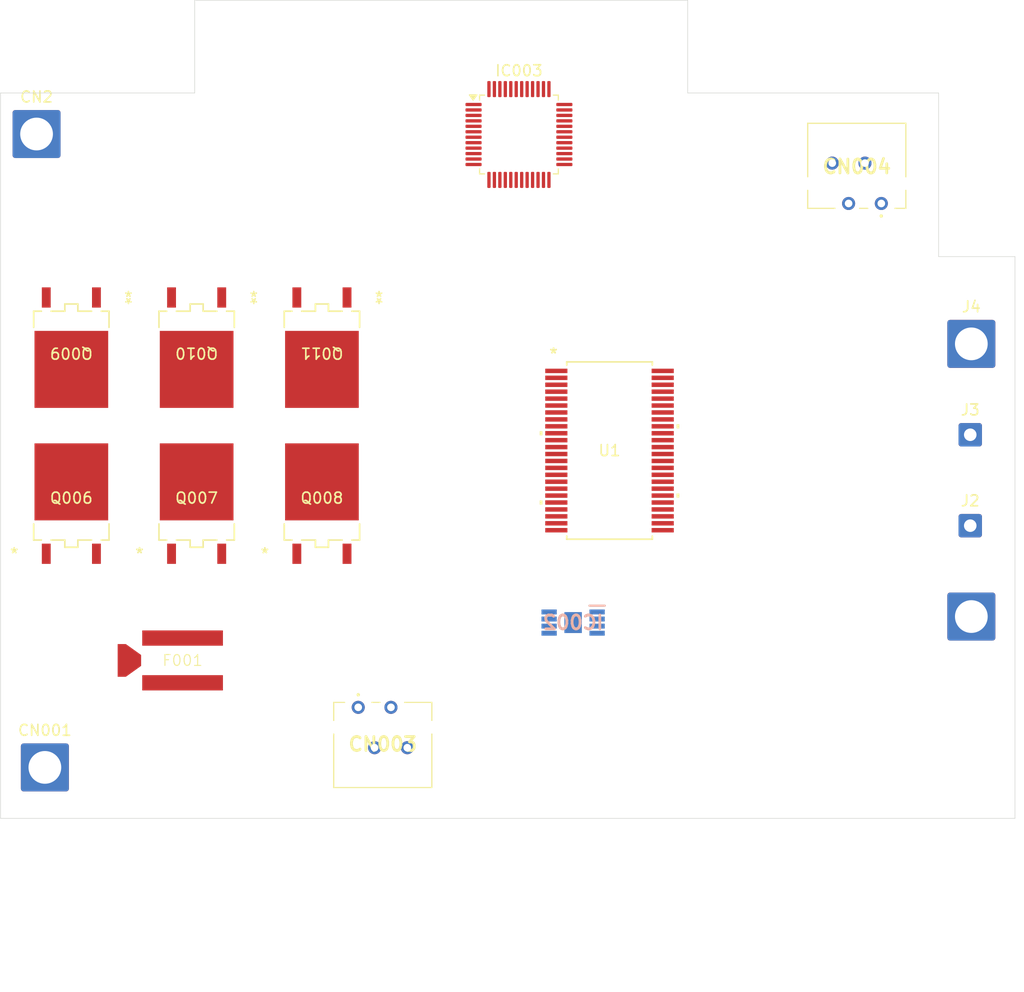
<source format=kicad_pcb>
(kicad_pcb (version 20241229) (generator "pcbnew") (generator_version "9.0")
  (layers (0 "F.Cu" signal) (2 "B.Cu" signal) (13 "F.Paste" user) (15 "B.Paste" user) (5 "F.SilkS" user "F.Silkscreen") (7 "B.SilkS" user "B.Silkscreen") (1 "F.Mask" user) (3 "B.Mask" user) (25 "Edge.Cuts" user))
  (net 0 "")
  (net 1 "/LDO_OUT")
  (net 2 "/LDO_DELAY")
  (net 4 "/LDO_IN")
  (net 6 "/LDO_PG")
  (net 7 "/BAT_P")
  (net 9 "/LDO_EN")
  (net 10 "/LDO_FB")
  (net 17 "/CN002")
  (net 22 "/CN003_1")
  (net 23 "/CN003_3")
  (net 24 "/CN003_2")
  (net 27 "/CN003_4")
  (net 34 "/CN004_1")
  (net 35 "/CN004_4")
  (net 37 "/CN004_3")
  (net 39 "/CN004_2")
  (net 41 "GND")
  (net 42 "/FUSED_BAT_P")
  (net 44 "Net-(IC003-VSS-Pad31)")
  (net 47 "Net-(Q006-G)")
  (net 49 "Net-(Q006-D)")
  (net 51 "/VC02")
  (net 52 "/BAT")
  (net 53 "/VC10")
  (net 54 "/VC09")
  (net 55 "/VC11")
  (net 56 "/VC03")
  (net 57 "/VC05")
  (net 58 "/VC01")
  (net 59 "/F_DSG")
  (net 60 "/VC06")
  (net 61 "/F_CHG")
  (net 62 "/VC07")
  (net 63 "/VC04")
  (net 64 "/VC08")
  (net 89 "Net-(J2-Pin_1)")
  (net 90 "Net-(J3-Pin_1)")
  (net 91 "/PACK_P")
  (net 92 "/CHG_GATES")
  (net 93 "/VOUT")
  (net 94 "/XRST")
  (net 95 "/PACK")
  (net 96 "/TIN")
  (net 97 "/CP2")
  (net 98 "/VLOG")
  (net 99 "/IC003_PIN14")
  (net 100 "/SCLK")
  (net 101 "/CPOUT")
  (net 102 "/CP1")
  (net 103 "/CP3")
  (net 104 "/EEPROM")
  (net 105 "/SRBGND")
  (net 106 "/SDATA")
  (net 107 "/VREG1")
  (net 108 "/PMS")
  (net 109 "/SRPGND")
  (footprint "Connector_Wire:SolderWire-0.5sqmm_1x01_D0.9mm_OD2.1mm" (layer "F.Cu") (at 212.725 81.038333)
    (property "Reference" "J3" (at 0 -2.28 0) (layer "F.SilkS"))
    (property "Value" "Tx")
    (pad "1" thru_hole roundrect (at 0 0) (size 2.15 2.15) (drill 1.15) (layers "*.Cu" "*.Mask") (roundrect_rratio 0.116279) (net 90 "Net-(J3-Pin_1)"))
  )
  (footprint "Connector_Wire:SolderWire-2.5sqmm_1x01_D2.4mm_OD4.4mm" (layer "F.Cu") (at 212.825 72.705)
    (property "Reference" "J4" (at 0 -3.4 0) (layer "F.SilkS"))
    (property "Value" "+")
    (pad "1" thru_hole roundrect (at 0 0) (size 4.4 4.4) (drill 3) (layers "*.Cu" "*.Mask") (roundrect_rratio 0.056818) (net 91 "/PACK_P"))
  )
  (footprint "Connector_Wire:SolderWire-2.5sqmm_1x01_D2.4mm_OD4.4mm" (layer "F.Cu") (at 127.127 53.467)
    (property "Reference" "CN2" (at 0 -3.4 0) (layer "F.SilkS"))
    (property "Value" "CN002")
    (pad "1" thru_hole roundrect (at 0 0) (size 4.4 4.4) (drill 3) (layers "*.Cu" "*.Mask") (roundrect_rratio 0.056818) (net 17 "/CN002"))
  )
  (footprint "Connector_Wire:SolderWire-2.5sqmm_1x01_D2.4mm_OD4.4mm" (layer "F.Cu") (at 212.825 97.705)
    (property "Reference" "J1" (hide yes))
    (property "Value" "-")
    (pad "1" thru_hole roundrect (at 0 0) (size 4.4 4.4) (drill 3) (layers "*.Cu" "*.Mask") (roundrect_rratio 0.056818) (net 41 "GND"))
  )
  (footprint "Imported:S04BZESK2DTLFSN" (layer "F.Cu") (at 156.617 106.028 180)
    (property "Reference" "CN003" (at -2.25 -3.375 180) (layer "F.SilkS") (effects (font (size 1.27 1.27) (thickness 0.254))))
    (property "Value" "S04B-ZESK-2D_T__LF__SN_" (hide yes))
    (fp_line (start 2.25 0.45) (end 2.25 0.45) (stroke (width 0.1)) (layer "F.SilkS"))
    (fp_line (start 2.25 0.45) (end 2.25 0.45) (stroke (width 0.1)) (layer "F.SilkS"))
    (fp_line (start 2.25 0.45) (end 2.25 -1.2) (stroke (width 0.1)) (layer "F.SilkS"))
    (fp_line (start 2.25 0.45) (end 1.25 0.45) (stroke (width 0.1)) (layer "F.SilkS"))
    (fp_line (start 2.25 -1.2) (end 2.25 0.45) (stroke (width 0.1)) (layer "F.SilkS"))
    (fp_line (start 2.25 -1.2) (end 2.25 -1.2) (stroke (width 0.1)) (layer "F.SilkS"))
    (fp_line (start 2.25 -2.45) (end 2.25 -2.45) (stroke (width 0.1)) (layer "F.SilkS"))
    (fp_line (start 2.25 -2.45) (end 2.25 -7.35) (stroke (width 0.1)) (layer "F.SilkS"))
    (fp_line (start 2.25 -7.35) (end 2.25 -2.45) (stroke (width 0.1)) (layer "F.SilkS"))
    (fp_line (start 2.25 -7.35) (end 2.25 -7.35) (stroke (width 0.1)) (layer "F.SilkS"))
    (fp_line (start 2.25 -7.35) (end 2.25 -7.35) (stroke (width 0.1)) (layer "F.SilkS"))
    (fp_line (start 2.25 -7.35) (end -6.75 -7.35) (stroke (width 0.1)) (layer "F.SilkS"))
    (fp_line (start 1.25 0.45) (end 2.25 0.45) (stroke (width 0.1)) (layer "F.SilkS"))
    (fp_line (start 1.25 0.45) (end 1.25 0.45) (stroke (width 0.1)) (layer "F.SilkS"))
    (fp_line (start 0 1.2) (end 0 1.2) (stroke (width 0.2)) (layer "F.SilkS"))
    (fp_line (start 0 1.1) (end 0 1.1) (stroke (width 0.2)) (layer "F.SilkS"))
    (fp_line (start 0 1.1) (end 0 1.1) (stroke (width 0.2)) (layer "F.SilkS"))
    (fp_line (start -1.25 0.45) (end -1.25 0.45) (stroke (width 0.1)) (layer "F.SilkS"))
    (fp_line (start -1.25 0.45) (end -2 0.45) (stroke (width 0.1)) (layer "F.SilkS"))
    (fp_line (start -2 0.45) (end -1.25 0.45) (stroke (width 0.1)) (layer "F.SilkS"))
    (fp_line (start -2 0.45) (end -2 0.45) (stroke (width 0.1)) (layer "F.SilkS"))
    (fp_line (start -4.25 0.45) (end -4.25 0.45) (stroke (width 0.1)) (layer "F.SilkS"))
    (fp_line (start -4.25 0.45) (end -6.75 0.45) (stroke (width 0.1)) (layer "F.SilkS"))
    (fp_line (start -6.75 0.45) (end -4.25 0.45) (stroke (width 0.1)) (layer "F.SilkS"))
    (fp_line (start -6.75 0.45) (end -6.75 0.45) (stroke (width 0.1)) (layer "F.SilkS"))
    (fp_line (start -6.75 0.45) (end -6.75 0.45) (stroke (width 0.1)) (layer "F.SilkS"))
    (fp_line (start -6.75 0.45) (end -6.75 -1.2) (stroke (width 0.1)) (layer "F.SilkS"))
    (fp_line (start -6.75 -1.2) (end -6.75 0.45) (stroke (width 0.1)) (layer "F.SilkS"))
    (fp_line (start -6.75 -1.2) (end -6.75 -1.2) (stroke (width 0.1)) (layer "F.SilkS"))
    (fp_line (start -6.75 -2.45) (end -6.75 -2.45) (stroke (width 0.1)) (layer "F.SilkS"))
    (fp_line (start -6.75 -2.45) (end -6.75 -7.35) (stroke (width 0.1)) (layer "F.SilkS"))
    (fp_line (start -6.75 -7.35) (end 2.25 -7.35) (stroke (width 0.1)) (layer "F.SilkS"))
    (fp_line (start -6.75 -7.35) (end -6.75 -2.45) (stroke (width 0.1)) (layer "F.SilkS"))
    (fp_line (start -6.75 -7.35) (end -6.75 -7.35) (stroke (width 0.1)) (layer "F.SilkS"))
    (fp_line (start -6.75 -7.35) (end -6.75 -7.35) (stroke (width 0.1)) (layer "F.SilkS"))
    (fp_arc (start 0 1.2) (mid -0.05 1.15) (end 0 1.1) (stroke (width 0.2)) (layer "F.SilkS"))
    (fp_arc (start 0 1.2) (mid -0.05 1.15) (end 0 1.1) (stroke (width 0.2)) (layer "F.SilkS"))
    (fp_arc (start 0 1.1) (mid 0.05 1.15) (end 0 1.2) (stroke (width 0.2)) (layer "F.SilkS"))
    (pad "" np_thru_hole circle (at -6.05 -1.85 180) (size 1.1 1.1) (drill 1.1) (layers "*.Cu" "*.Mask"))
    (pad "" np_thru_hole circle (at 1.55 -1.85 180) (size 1.1 1.1) (drill 1.1) (layers "*.Cu" "*.Mask"))
    (pad "1" thru_hole circle (at 0 0 180) (size 1.2 1.2) (drill 0.7) (layers "*.Cu" "*.Mask") (net 22 "/CN003_1"))
    (pad "2" thru_hole circle (at -1.5 -3.7 180) (size 1.2 1.2) (drill 0.7) (layers "*.Cu" "*.Mask") (net 24 "/CN003_2"))
    (pad "3" thru_hole circle (at -3 0 180) (size 1.2 1.2) (drill 0.7) (layers "*.Cu" "*.Mask") (net 23 "/CN003_3"))
    (pad "4" thru_hole circle (at -4.5 -3.7 180) (size 1.2 1.2) (drill 0.7) (layers "*.Cu" "*.Mask") (net 27 "/CN003_4"))
  )
  (footprint "Imported:DPAKSINGLE-ATPAK-4_369AM_OSI-M" (layer "F.Cu") (at 130.316 73.5584 180)
    (property "Reference" "Q009" (at 0 0 180) (layer "F.SilkS"))
    (property "Value" "ATP304-TL-H")
    (fp_line (start 3.4544 3.8481) (end 3.4544 2.368597) (stroke (width 0.1524)) (layer "F.SilkS"))
    (fp_line (start 2.747436 3.8481) (end 3.4544 3.8481) (stroke (width 0.1524)) (layer "F.SilkS"))
    (fp_line (start 0.5969 4.5085) (end 0.5969 3.8481) (stroke (width 0.1524)) (layer "F.SilkS"))
    (fp_line (start 0.5969 3.8481) (end 1.852565 3.8481) (stroke (width 0.1524)) (layer "F.SilkS"))
    (fp_line (start -0.5969 4.5085) (end 0.5969 4.5085) (stroke (width 0.1524)) (layer "F.SilkS"))
    (fp_line (start -0.5969 3.8481) (end -0.5969 4.5085) (stroke (width 0.1524)) (layer "F.SilkS"))
    (fp_line (start -1.852565 3.8481) (end -0.5969 3.8481) (stroke (width 0.1524)) (layer "F.SilkS"))
    (fp_line (start -3.4544 3.8481) (end -2.747436 3.8481) (stroke (width 0.1524)) (layer "F.SilkS"))
    (fp_line (start -3.4544 2.368597) (end -3.4544 3.8481) (stroke (width 0.1524)) (layer "F.SilkS"))
    (fp_text user "*" (at -5.235001 5.1054 180) (layer "F.SilkS"))
    (fp_text user "*" (at -5.235001 5.1054 180) (layer "F.SilkS"))
    (pad "1" smd rect (at -2.3 5.1054 180) (size 0.8128 1.8542) (layers "F.Cu" "F.Mask" "F.Paste") (net 92 "/CHG_GATES"))
    (pad "2" smd rect (at 0 -1.4859 180) (size 6.7564 7.0612) (layers "F.Cu" "F.Mask" "F.Paste") (net 49 "Net-(Q006-D)"))
    (pad "3" smd rect (at 2.3 5.1054 180) (size 0.8128 1.8542) (layers "F.Cu" "F.Mask" "F.Paste") (net 91 "/PACK_P"))
  )
  (footprint "Imported:DPAKSINGLE-ATPAK-4_369AM_OSI-M" (layer "F.Cu") (at 153.289 86.8426)
    (property "Reference" "Q008" (at 0 0 0) (layer "F.SilkS"))
    (property "Value" "ATP304-TL-H")
    (fp_line (start -3.4544 2.368597) (end -3.4544 3.8481) (stroke (width 0.1524)) (layer "F.SilkS"))
    (fp_line (start -3.4544 3.8481) (end -2.747436 3.8481) (stroke (width 0.1524)) (layer "F.SilkS"))
    (fp_line (start -1.852565 3.8481) (end -0.5969 3.8481) (stroke (width 0.1524)) (layer "F.SilkS"))
    (fp_line (start -0.5969 3.8481) (end -0.5969 4.5085) (stroke (width 0.1524)) (layer "F.SilkS"))
    (fp_line (start -0.5969 4.5085) (end 0.5969 4.5085) (stroke (width 0.1524)) (layer "F.SilkS"))
    (fp_line (start 0.5969 3.8481) (end 1.852565 3.8481) (stroke (width 0.1524)) (layer "F.SilkS"))
    (fp_line (start 0.5969 4.5085) (end 0.5969 3.8481) (stroke (width 0.1524)) (layer "F.SilkS"))
    (fp_line (start 2.747436 3.8481) (end 3.4544 3.8481) (stroke (width 0.1524)) (layer "F.SilkS"))
    (fp_line (start 3.4544 3.8481) (end 3.4544 2.368597) (stroke (width 0.1524)) (layer "F.SilkS"))
    (fp_text user "*" (at -5.235001 5.1054 0) (layer "F.SilkS"))
    (fp_text user "*" (at -5.235001 5.1054 0) (layer "F.SilkS"))
    (pad "1" smd rect (at -2.3 5.1054) (size 0.8128 1.8542) (layers "F.Cu" "F.Mask" "F.Paste") (net 47 "Net-(Q006-G)"))
    (pad "2" smd rect (at 0 -1.4859) (size 6.7564 7.0612) (layers "F.Cu" "F.Mask" "F.Paste") (net 49 "Net-(Q006-D)"))
    (pad "3" smd rect (at 2.3 5.1054) (size 0.8128 1.8542) (layers "F.Cu" "F.Mask" "F.Paste") (net 42 "/FUSED_BAT_P"))
  )
  (footprint "Package_QFP:LQFP-48_7x7mm_P0.5mm" (layer "F.Cu") (at 171.3515 53.511)
    (property "Reference" "IC003" (at 0 -5.85 0) (layer "F.SilkS"))
    (property "Value" "R7FS12878xA01CFL")
    (fp_line (start -3.61 -3.61) (end -3.61 -3.16) (stroke (width 0.12)) (layer "F.SilkS"))
    (fp_line (start -3.61 3.61) (end -3.61 3.16) (stroke (width 0.12)) (layer "F.SilkS"))
    (fp_line (start -3.16 -3.61) (end -3.61 -3.61) (stroke (width 0.12)) (layer "F.SilkS"))
    (fp_line (start -3.16 3.61) (end -3.61 3.61) (stroke (width 0.12)) (layer "F.SilkS"))
    (fp_line (start 3.16 -3.61) (end 3.61 -3.61) (stroke (width 0.12)) (layer "F.SilkS"))
    (fp_line (start 3.16 3.61) (end 3.61 3.61) (stroke (width 0.12)) (layer "F.SilkS"))
    (fp_line (start 3.61 -3.61) (end 3.61 -3.16) (stroke (width 0.12)) (layer "F.SilkS"))
    (fp_line (start 3.61 3.61) (end 3.61 3.16) (stroke (width 0.12)) (layer "F.SilkS"))
    (fp_poly (pts (xy -4.2 -3.16) (xy -4.54 -3.63) (xy -3.86 -3.63)) (stroke (width 0.12)) (fill yes) (layer "F.SilkS"))
    (pad "1" smd roundrect (at -4.1625 -2.75) (size 1.475 0.3) (layers "F.Cu" "F.Mask" "F.Paste"))
    (pad "2" smd roundrect (at -4.1625 -2.25) (size 1.475 0.3) (layers "F.Cu" "F.Mask" "F.Paste"))
    (pad "3" smd roundrect (at -4.1625 -1.75) (size 1.475 0.3) (layers "F.Cu" "F.Mask" "F.Paste"))
    (pad "4" smd roundrect (at -4.1625 -1.25) (size 1.475 0.3) (layers "F.Cu" "F.Mask" "F.Paste"))
    (pad "5" smd roundrect (at -4.1625 -0.75) (size 1.475 0.3) (layers "F.Cu" "F.Mask" "F.Paste"))
    (pad "6" smd roundrect (at -4.1625 -0.25) (size 1.475 0.3) (layers "F.Cu" "F.Mask" "F.Paste") (net 44 "Net-(IC003-VSS-Pad31)"))
    (pad "7" smd roundrect (at -4.1625 0.25) (size 1.475 0.3) (layers "F.Cu" "F.Mask" "F.Paste"))
    (pad "8" smd roundrect (at -4.1625 0.75) (size 1.475 0.3) (layers "F.Cu" "F.Mask" "F.Paste"))
    (pad "9" smd roundrect (at -4.1625 1.25) (size 1.475 0.3) (layers "F.Cu" "F.Mask" "F.Paste"))
    (pad "10" smd roundrect (at -4.1625 1.75) (size 1.475 0.3) (layers "F.Cu" "F.Mask" "F.Paste"))
    (pad "11" smd roundrect (at -4.1625 2.25) (size 1.475 0.3) (layers "F.Cu" "F.Mask" "F.Paste"))
    (pad "12" smd roundrect (at -4.1625 2.75) (size 1.475 0.3) (layers "F.Cu" "F.Mask" "F.Paste"))
    (pad "13" smd roundrect (at -2.75 4.1625) (size 0.3 1.475) (layers "F.Cu" "F.Mask" "F.Paste"))
    (pad "14" smd roundrect (at -2.25 4.1625) (size 0.3 1.475) (layers "F.Cu" "F.Mask" "F.Paste"))
    (pad "15" smd roundrect (at -1.75 4.1625) (size 0.3 1.475) (layers "F.Cu" "F.Mask" "F.Paste"))
    (pad "16" smd roundrect (at -1.25 4.1625) (size 0.3 1.475) (layers "F.Cu" "F.Mask" "F.Paste"))
    (pad "17" smd roundrect (at -0.75 4.1625) (size 0.3 1.475) (layers "F.Cu" "F.Mask" "F.Paste"))
    (pad "18" smd roundrect (at -0.25 4.1625) (size 0.3 1.475) (layers "F.Cu" "F.Mask" "F.Paste"))
    (pad "19" smd roundrect (at 0.25 4.1625) (size 0.3 1.475) (layers "F.Cu" "F.Mask" "F.Paste"))
    (pad "20" smd roundrect (at 0.75 4.1625) (size 0.3 1.475) (layers "F.Cu" "F.Mask" "F.Paste"))
    (pad "21" smd roundrect (at 1.25 4.1625) (size 0.3 1.475) (layers "F.Cu" "F.Mask" "F.Paste"))
    (pad "22" smd roundrect (at 1.75 4.1625) (size 0.3 1.475) (layers "F.Cu" "F.Mask" "F.Paste"))
    (pad "23" smd roundrect (at 2.25 4.1625) (size 0.3 1.475) (layers "F.Cu" "F.Mask" "F.Paste"))
    (pad "24" smd roundrect (at 2.75 4.1625) (size 0.3 1.475) (layers "F.Cu" "F.Mask" "F.Paste"))
    (pad "25" smd roundrect (at 4.1625 2.75) (size 1.475 0.3) (layers "F.Cu" "F.Mask" "F.Paste"))
    (pad "26" smd roundrect (at 4.1625 2.25) (size 1.475 0.3) (layers "F.Cu" "F.Mask" "F.Paste"))
    (pad "27" smd roundrect (at 4.1625 1.75) (size 1.475 0.3) (layers "F.Cu" "F.Mask" "F.Paste"))
    (pad "28" smd roundrect (at 4.1625 1.25) (size 1.475 0.3) (layers "F.Cu" "F.Mask" "F.Paste"))
    (pad "29" smd roundrect (at 4.1625 0.75) (size 1.475 0.3) (layers "F.Cu" "F.Mask" "F.Paste"))
    (pad "30" smd roundrect (at 4.1625 0.25) (size 1.475 0.3) (layers "F.Cu" "F.Mask" "F.Paste"))
    (pad "31" smd roundrect (at 4.1625 -0.25) (size 1.475 0.3) (layers "F.Cu" "F.Mask" "F.Paste") (net 44 "Net-(IC003-VSS-Pad31)"))
    (pad "32" smd roundrect (at 4.1625 -0.75) (size 1.475 0.3) (layers "F.Cu" "F.Mask" "F.Paste"))
    (pad "33" smd roundrect (at 4.1625 -1.25) (size 1.475 0.3) (layers "F.Cu" "F.Mask" "F.Paste"))
    (pad "34" smd roundrect (at 4.1625 -1.75) (size 1.475 0.3) (layers "F.Cu" "F.Mask" "F.Paste"))
    (pad "35" smd roundrect (at 4.1625 -2.25) (size 1.475 0.3) (layers "F.Cu" "F.Mask" "F.Paste"))
    (pad "36" smd roundrect (at 4.1625 -2.75) (size 1.475 0.3) (layers "F.Cu" "F.Mask" "F.Paste"))
    (pad "37" smd roundrect (at 2.75 -4.1625) (size 0.3 1.475) (layers "F.Cu" "F.Mask" "F.Paste"))
    (pad "38" smd roundrect (at 2.25 -4.1625) (size 0.3 1.475) (layers "F.Cu" "F.Mask" "F.Paste"))
    (pad "39" smd roundrect (at 1.75 -4.1625) (size 0.3 1.475) (layers "F.Cu" "F.Mask" "F.Paste"))
    (pad "40" smd roundrect (at 1.25 -4.1625) (size 0.3 1.475) (layers "F.Cu" "F.Mask" "F.Paste"))
    (pad "41" smd roundrect (at 0.75 -4.1625) (size 0.3 1.475) (layers "F.Cu" "F.Mask" "F.Paste"))
    (pad "42" smd roundrect (at 0.25 -4.1625) (size 0.3 1.475) (layers "F.Cu" "F.Mask" "F.Paste"))
    (pad "43" smd roundrect (at -0.25 -4.1625) (size 0.3 1.475) (layers "F.Cu" "F.Mask" "F.Paste"))
    (pad "44" smd roundrect (at -0.75 -4.1625) (size 0.3 1.475) (layers "F.Cu" "F.Mask" "F.Paste"))
    (pad "45" smd roundrect (at -1.25 -4.1625) (size 0.3 1.475) (layers "F.Cu" "F.Mask" "F.Paste"))
    (pad "46" smd roundrect (at -1.75 -4.1625) (size 0.3 1.475) (layers "F.Cu" "F.Mask" "F.Paste"))
    (pad "47" smd roundrect (at -2.25 -4.1625) (size 0.3 1.475) (layers "F.Cu" "F.Mask" "F.Paste"))
    (pad "48" smd roundrect (at -2.75 -4.1625) (size 0.3 1.475) (layers "F.Cu" "F.Mask" "F.Paste"))
  )
  (footprint "Imported:S04BZESK2DTLFSN" (layer "F.Cu") (at 204.573 59.834)
    (property "Reference" "CN004" (at -2.25 -3.375 0) (layer "F.SilkS") (effects (font (size 1.27 1.27) (thickness 0.254))))
    (property "Value" "S04B-ZESK-2D_T__LF__SN_" (hide yes))
    (fp_line (start -6.75 -7.35) (end -6.75 -7.35) (stroke (width 0.1)) (layer "F.SilkS"))
    (fp_line (start -6.75 -7.35) (end -6.75 -7.35) (stroke (width 0.1)) (layer "F.SilkS"))
    (fp_line (start -6.75 -7.35) (end -6.75 -2.45) (stroke (width 0.1)) (layer "F.SilkS"))
    (fp_line (start -6.75 -7.35) (end 2.25 -7.35) (stroke (width 0.1)) (layer "F.SilkS"))
    (fp_line (start -6.75 -2.45) (end -6.75 -7.35) (stroke (width 0.1)) (layer "F.SilkS"))
    (fp_line (start -6.75 -2.45) (end -6.75 -2.45) (stroke (width 0.1)) (layer "F.SilkS"))
    (fp_line (start -6.75 -1.2) (end -6.75 -1.2) (stroke (width 0.1)) (layer "F.SilkS"))
    (fp_line (start -6.75 -1.2) (end -6.75 0.45) (stroke (width 0.1)) (layer "F.SilkS"))
    (fp_line (start -6.75 0.45) (end -6.75 -1.2) (stroke (width 0.1)) (layer "F.SilkS"))
    (fp_line (start -6.75 0.45) (end -6.75 0.45) (stroke (width 0.1)) (layer "F.SilkS"))
    (fp_line (start -6.75 0.45) (end -6.75 0.45) (stroke (width 0.1)) (layer "F.SilkS"))
    (fp_line (start -6.75 0.45) (end -4.25 0.45) (stroke (width 0.1)) (layer "F.SilkS"))
    (fp_line (start -4.25 0.45) (end -6.75 0.45) (stroke (width 0.1)) (layer "F.SilkS"))
    (fp_line (start -4.25 0.45) (end -4.25 0.45) (stroke (width 0.1)) (layer "F.SilkS"))
    (fp_line (start -2 0.45) (end -2 0.45) (stroke (width 0.1)) (layer "F.SilkS"))
    (fp_line (start -2 0.45) (end -1.25 0.45) (stroke (width 0.1)) (layer "F.SilkS"))
    (fp_line (start -1.25 0.45) (end -2 0.45) (stroke (width 0.1)) (layer "F.SilkS"))
    (fp_line (start -1.25 0.45) (end -1.25 0.45) (stroke (width 0.1)) (layer "F.SilkS"))
    (fp_line (start 0 1.1) (end 0 1.1) (stroke (width 0.2)) (layer "F.SilkS"))
    (fp_line (start 0 1.1) (end 0 1.1) (stroke (width 0.2)) (layer "F.SilkS"))
    (fp_line (start 0 1.2) (end 0 1.2) (stroke (width 0.2)) (layer "F.SilkS"))
    (fp_line (start 1.25 0.45) (end 1.25 0.45) (stroke (width 0.1)) (layer "F.SilkS"))
    (fp_line (start 1.25 0.45) (end 2.25 0.45) (stroke (width 0.1)) (layer "F.SilkS"))
    (fp_line (start 2.25 -7.35) (end -6.75 -7.35) (stroke (width 0.1)) (layer "F.SilkS"))
    (fp_line (start 2.25 -7.35) (end 2.25 -7.35) (stroke (width 0.1)) (layer "F.SilkS"))
    (fp_line (start 2.25 -7.35) (end 2.25 -7.35) (stroke (width 0.1)) (layer "F.SilkS"))
    (fp_line (start 2.25 -7.35) (end 2.25 -2.45) (stroke (width 0.1)) (layer "F.SilkS"))
    (fp_line (start 2.25 -2.45) (end 2.25 -7.35) (stroke (width 0.1)) (layer "F.SilkS"))
    (fp_line (start 2.25 -2.45) (end 2.25 -2.45) (stroke (width 0.1)) (layer "F.SilkS"))
    (fp_line (start 2.25 -1.2) (end 2.25 -1.2) (stroke (width 0.1)) (layer "F.SilkS"))
    (fp_line (start 2.25 -1.2) (end 2.25 0.45) (stroke (width 0.1)) (layer "F.SilkS"))
    (fp_line (start 2.25 0.45) (end 1.25 0.45) (stroke (width 0.1)) (layer "F.SilkS"))
    (fp_line (start 2.25 0.45) (end 2.25 -1.2) (stroke (width 0.1)) (layer "F.SilkS"))
    (fp_line (start 2.25 0.45) (end 2.25 0.45) (stroke (width 0.1)) (layer "F.SilkS"))
    (fp_line (start 2.25 0.45) (end 2.25 0.45) (stroke (width 0.1)) (layer "F.SilkS"))
    (fp_arc (start 0 1.1) (mid 0.05 1.15) (end 0 1.2) (stroke (width 0.2)) (layer "F.SilkS"))
    (fp_arc (start 0 1.2) (mid -0.05 1.15) (end 0 1.1) (stroke (width 0.2)) (layer "F.SilkS"))
    (fp_arc (start 0 1.2) (mid -0.05 1.15) (end 0 1.1) (stroke (width 0.2)) (layer "F.SilkS"))
    (pad "" np_thru_hole circle (at -6.05 -1.85) (size 1.1 1.1) (drill 1.1) (layers "*.Cu" "*.Mask"))
    (pad "" np_thru_hole circle (at 1.55 -1.85) (size 1.1 1.1) (drill 1.1) (layers "*.Cu" "*.Mask"))
    (pad "1" thru_hole circle (at 0 0) (size 1.2 1.2) (drill 0.7) (layers "*.Cu" "*.Mask") (net 34 "/CN004_1"))
    (pad "2" thru_hole circle (at -1.5 -3.7) (size 1.2 1.2) (drill 0.7) (layers "*.Cu" "*.Mask") (net 39 "/CN004_2"))
    (pad "3" thru_hole circle (at -3 0) (size 1.2 1.2) (drill 0.7) (layers "*.Cu" "*.Mask") (net 37 "/CN004_3"))
    (pad "4" thru_hole circle (at -4.5 -3.7) (size 1.2 1.2) (drill 0.7) (layers "*.Cu" "*.Mask") (net 35 "/CN004_4"))
  )
  (footprint "Imported:DPAKSINGLE-ATPAK-4_369AM_OSI-M" (layer "F.Cu") (at 153.289 73.5584 180)
    (property "Reference" "Q011" (at 0 0 180) (layer "F.SilkS"))
    (property "Value" "ATP304-TL-H")
    (fp_line (start 3.4544 3.8481) (end 3.4544 2.368597) (stroke (width 0.1524)) (layer "F.SilkS"))
    (fp_line (start 2.747436 3.8481) (end 3.4544 3.8481) (stroke (width 0.1524)) (layer "F.SilkS"))
    (fp_line (start 0.5969 4.5085) (end 0.5969 3.8481) (stroke (width 0.1524)) (layer "F.SilkS"))
    (fp_line (start 0.5969 3.8481) (end 1.852565 3.8481) (stroke (width 0.1524)) (layer "F.SilkS"))
    (fp_line (start -0.5969 4.5085) (end 0.5969 4.5085) (stroke (width 0.1524)) (layer "F.SilkS"))
    (fp_line (start -0.5969 3.8481) (end -0.5969 4.5085) (stroke (width 0.1524)) (layer "F.SilkS"))
    (fp_line (start -1.852565 3.8481) (end -0.5969 3.8481) (stroke (width 0.1524)) (layer "F.SilkS"))
    (fp_line (start -3.4544 3.8481) (end -2.747436 3.8481) (stroke (width 0.1524)) (layer "F.SilkS"))
    (fp_line (start -3.4544 2.368597) (end -3.4544 3.8481) (stroke (width 0.1524)) (layer "F.SilkS"))
    (fp_text user "*" (at -5.235001 5.1054 180) (layer "F.SilkS"))
    (fp_text user "*" (at -5.235001 5.1054 180) (layer "F.SilkS"))
    (pad "1" smd rect (at -2.3 5.1054 180) (size 0.8128 1.8542) (layers "F.Cu" "F.Mask" "F.Paste") (net 92 "/CHG_GATES"))
    (pad "2" smd rect (at 0 -1.4859 180) (size 6.7564 7.0612) (layers "F.Cu" "F.Mask" "F.Paste") (net 49 "Net-(Q006-D)"))
    (pad "3" smd rect (at 2.3 5.1054 180) (size 0.8128 1.8542) (layers "F.Cu" "F.Mask" "F.Paste") (net 91 "/PACK_P"))
  )
  (footprint "Imported:DL48-M" (layer "F.Cu") (at 179.6542 82.4865)
    (property "Reference" "U1" (at 0 0 0) (layer "F.SilkS"))
    (property "Value" "BQ77PL900DL")
    (fp_line (start -3.9243 -8.128) (end -3.9243 -7.83844) (stroke (width 0.1524)) (layer "F.SilkS"))
    (fp_line (start -3.9243 7.83844) (end -3.9243 8.128) (stroke (width 0.1524)) (layer "F.SilkS"))
    (fp_line (start -3.9243 8.128) (end 3.9243 8.128) (stroke (width 0.1524)) (layer "F.SilkS"))
    (fp_line (start 3.9243 -8.128) (end -3.9243 -8.128) (stroke (width 0.1524)) (layer "F.SilkS"))
    (fp_line (start 3.9243 -7.83844) (end 3.9243 -8.128) (stroke (width 0.1524)) (layer "F.SilkS"))
    (fp_line (start 3.9243 8.128) (end 3.9243 7.83844) (stroke (width 0.1524)) (layer "F.SilkS"))
    (fp_poly (pts (xy -6.4008 -1.778) (xy -6.4008 -1.397) (xy -6.1468 -1.397) (xy -6.1468 -1.778)) (fill yes) (layer "F.SilkS"))
    (fp_poly (pts (xy -6.4008 4.572) (xy -6.4008 4.953) (xy -6.1468 4.953) (xy -6.1468 4.572)) (fill yes) (layer "F.SilkS"))
    (fp_poly (pts (xy 6.4008 -2.413) (xy 6.4008 -2.032) (xy 6.1468 -2.032) (xy 6.1468 -2.413)) (fill yes) (layer "F.SilkS"))
    (fp_poly (pts (xy 6.4008 3.937) (xy 6.4008 4.318) (xy 6.1468 4.318) (xy 6.1468 3.937)) (fill yes) (layer "F.SilkS"))
    (fp_text user "*" (at -5.1308 -8.8519 0) (layer "F.SilkS"))
    (fp_text user "*" (at -5.1308 -8.8519 0) (layer "F.SilkS"))
    (pad "1" smd rect (at -4.8768 -7.3025) (size 2.032 0.4064) (layers "F.Cu" "F.Mask" "F.Paste") (net 101 "/CPOUT"))
    (pad "2" smd rect (at -4.8768 -6.6675) (size 2.032 0.4064) (layers "F.Cu" "F.Mask" "F.Paste"))
    (pad "3" smd rect (at -4.8768 -6.0325) (size 2.032 0.4064) (layers "F.Cu" "F.Mask" "F.Paste") (net 41 "GND"))
    (pad "4" smd rect (at -4.8768 -5.3975) (size 2.032 0.4064) (layers "F.Cu" "F.Mask" "F.Paste") (net 103 "/CP3"))
    (pad "5" smd rect (at -4.8768 -4.7625) (size 2.032 0.4064) (layers "F.Cu" "F.Mask" "F.Paste") (net 97 "/CP2"))
    (pad "6" smd rect (at -4.8768 -4.1275) (size 2.032 0.4064) (layers "F.Cu" "F.Mask" "F.Paste") (net 102 "/CP1"))
    (pad "7" smd rect (at -4.8768 -3.4925) (size 2.032 0.4064) (layers "F.Cu" "F.Mask" "F.Paste"))
    (pad "8" smd rect (at -4.8768 -2.8575) (size 2.032 0.4064) (layers "F.Cu" "F.Mask" "F.Paste") (net 59 "/F_DSG"))
    (pad "9" smd rect (at -4.8768 -2.2225) (size 2.032 0.4064) (layers "F.Cu" "F.Mask" "F.Paste") (net 52 "/BAT"))
    (pad "10" smd rect (at -4.8768 -1.5875) (size 2.032 0.4064) (layers "F.Cu" "F.Mask" "F.Paste") (net 58 "/VC01"))
    (pad "11" smd rect (at -4.8768 -0.9525) (size 2.032 0.4064) (layers "F.Cu" "F.Mask" "F.Paste") (net 51 "/VC02"))
    (pad "12" smd rect (at -4.8768 -0.3175) (size 2.032 0.4064) (layers "F.Cu" "F.Mask" "F.Paste") (net 56 "/VC03"))
    (pad "13" smd rect (at -4.8768 0.3175) (size 2.032 0.4064) (layers "F.Cu" "F.Mask" "F.Paste") (net 63 "/VC04"))
    (pad "14" smd rect (at -4.8768 0.9525) (size 2.032 0.4064) (layers "F.Cu" "F.Mask" "F.Paste") (net 57 "/VC05"))
    (pad "15" smd rect (at -4.8768 1.5875) (size 2.032 0.4064) (layers "F.Cu" "F.Mask" "F.Paste") (net 60 "/VC06"))
    (pad "16" smd rect (at -4.8768 2.2225) (size 2.032 0.4064) (layers "F.Cu" "F.Mask" "F.Paste") (net 62 "/VC07"))
    (pad "17" smd rect (at -4.8768 2.8575) (size 2.032 0.4064) (layers "F.Cu" "F.Mask" "F.Paste") (net 64 "/VC08"))
    (pad "18" smd rect (at -4.8768 3.4925) (size 2.032 0.4064) (layers "F.Cu" "F.Mask" "F.Paste") (net 54 "/VC09"))
    (pad "19" smd rect (at -4.8768 4.1275) (size 2.032 0.4064) (layers "F.Cu" "F.Mask" "F.Paste") (net 53 "/VC10"))
    (pad "20" smd rect (at -4.8768 4.7625) (size 2.032 0.4064) (layers "F.Cu" "F.Mask" "F.Paste") (net 55 "/VC11"))
    (pad "21" smd rect (at -4.8768 5.3975) (size 2.032 0.4064) (layers "F.Cu" "F.Mask" "F.Paste") (net 41 "GND"))
    (pad "22" smd rect (at -4.8768 6.0325) (size 2.032 0.4064) (layers "F.Cu" "F.Mask" "F.Paste") (net 105 "/SRBGND"))
    (pad "23" smd rect (at -4.8768 6.6675) (size 2.032 0.4064) (layers "F.Cu" "F.Mask" "F.Paste") (net 109 "/SRPGND"))
    (pad "24" smd rect (at -4.8768 7.3025) (size 2.032 0.4064) (layers "F.Cu" "F.Mask" "F.Paste") (net 104 "/EEPROM"))
    (pad "25" smd rect (at 4.8768 7.3025) (size 2.032 0.4064) (layers "F.Cu" "F.Mask" "F.Paste") (net 99 "/IC003_PIN14"))
    (pad "26" smd rect (at 4.8768 6.6675) (size 2.032 0.4064) (layers "F.Cu" "F.Mask" "F.Paste") (net 106 "/SDATA"))
    (pad "27" smd rect (at 4.8768 6.0325) (size 2.032 0.4064) (layers "F.Cu" "F.Mask" "F.Paste") (net 100 "/SCLK"))
    (pad "28" smd rect (at 4.8768 5.3975) (size 2.032 0.4064) (layers "F.Cu" "F.Mask" "F.Paste") (net 94 "/XRST"))
    (pad "29" smd rect (at 4.8768 4.7625) (size 2.032 0.4064) (layers "F.Cu" "F.Mask" "F.Paste") (net 41 "GND"))
    (pad "30" smd rect (at 4.8768 4.1275) (size 2.032 0.4064) (layers "F.Cu" "F.Mask" "F.Paste") (net 41 "GND"))
    (pad "31" smd rect (at 4.8768 3.4925) (size 2.032 0.4064) (layers "F.Cu" "F.Mask" "F.Paste") (net 93 "/VOUT"))
    (pad "32" smd rect (at 4.8768 2.8575) (size 2.032 0.4064) (layers "F.Cu" "F.Mask" "F.Paste") (net 98 "/VLOG"))
    (pad "33" smd rect (at 4.8768 2.2225) (size 2.032 0.4064) (layers "F.Cu" "F.Mask" "F.Paste") (net 41 "GND"))
    (pad "34" smd rect (at 4.8768 1.5875) (size 2.032 0.4064) (layers "F.Cu" "F.Mask" "F.Paste") (net 41 "GND"))
    (pad "35" smd rect (at 4.8768 0.9525) (size 2.032 0.4064) (layers "F.Cu" "F.Mask" "F.Paste") (net 41 "GND"))
    (pad "36" smd rect (at 4.8768 0.3175) (size 2.032 0.4064) (layers "F.Cu" "F.Mask" "F.Paste") (net 41 "GND"))
    (pad "37" smd rect (at 4.8768 -0.3175) (size 2.032 0.4064) (layers "F.Cu" "F.Mask" "F.Paste") (net 41 "GND"))
    (pad "38" smd rect (at 4.8768 -0.9525) (size 2.032 0.4064) (layers "F.Cu" "F.Mask" "F.Paste") (net 96 "/TIN"))
    (pad "39" smd rect (at 4.8768 -1.5875) (size 2.032 0.4064) (layers "F.Cu" "F.Mask" "F.Paste") (net 96 "/TIN"))
    (pad "40" smd rect (at 4.8768 -2.2225) (size 2.032 0.4064) (layers "F.Cu" "F.Mask" "F.Paste") (net 98 "/VLOG"))
    (pad "41" smd rect (at 4.8768 -2.8575) (size 2.032 0.4064) (layers "F.Cu" "F.Mask" "F.Paste") (net 41 "GND"))
    (pad "42" smd rect (at 4.8768 -3.4925) (size 2.032 0.4064) (layers "F.Cu" "F.Mask" "F.Paste") (net 107 "/VREG1"))
    (pad "43" smd rect (at 4.8768 -4.1275) (size 2.032 0.4064) (layers "F.Cu" "F.Mask" "F.Paste"))
    (pad "44" smd rect (at 4.8768 -4.7625) (size 2.032 0.4064) (layers "F.Cu" "F.Mask" "F.Paste"))
    (pad "45" smd rect (at 4.8768 -5.3975) (size 2.032 0.4064) (layers "F.Cu" "F.Mask" "F.Paste"))
    (pad "46" smd rect (at 4.8768 -6.0325) (size 2.032 0.4064) (layers "F.Cu" "F.Mask" "F.Paste") (net 108 "/PMS"))
    (pad "47" smd rect (at 4.8768 -6.6675) (size 2.032 0.4064) (layers "F.Cu" "F.Mask" "F.Paste") (net 95 "/PACK"))
    (pad "48" smd rect (at 4.8768 -7.3025) (size 2.032 0.4064) (layers "F.Cu" "F.Mask" "F.Paste") (net 61 "/F_CHG"))
  )
  (footprint "Imported:DPAKSINGLE-ATPAK-4_369AM_OSI-M" (layer "F.Cu") (at 130.316 86.8426)
    (property "Reference" "Q006" (at 0 0 0) (layer "F.SilkS"))
    (property "Value" "ATP304-TL-H")
    (fp_line (start -3.4544 2.368597) (end -3.4544 3.8481) (stroke (width 0.1524)) (layer "F.SilkS"))
    (fp_line (start -3.4544 3.8481) (end -2.747436 3.8481) (stroke (width 0.1524)) (layer "F.SilkS"))
    (fp_line (start -1.852565 3.8481) (end -0.5969 3.8481) (stroke (width 0.1524)) (layer "F.SilkS"))
    (fp_line (start -0.5969 3.8481) (end -0.5969 4.5085) (stroke (width 0.1524)) (layer "F.SilkS"))
    (fp_line (start -0.5969 4.5085) (end 0.5969 4.5085) (stroke (width 0.1524)) (layer "F.SilkS"))
    (fp_line (start 0.5969 3.8481) (end 1.852565 3.8481) (stroke (width 0.1524)) (layer "F.SilkS"))
    (fp_line (start 0.5969 4.5085) (end 0.5969 3.8481) (stroke (width 0.1524)) (layer "F.SilkS"))
    (fp_line (start 2.747436 3.8481) (end 3.4544 3.8481) (stroke (width 0.1524)) (layer "F.SilkS"))
    (fp_line (start 3.4544 3.8481) (end 3.4544 2.368597) (stroke (width 0.1524)) (layer "F.SilkS"))
    (fp_text user "*" (at -5.235001 5.1054 0) (layer "F.SilkS"))
    (fp_text user "*" (at -5.235001 5.1054 0) (layer "F.SilkS"))
    (pad "1" smd rect (at -2.3 5.1054) (size 0.8128 1.8542) (layers "F.Cu" "F.Mask" "F.Paste") (net 47 "Net-(Q006-G)"))
    (pad "2" smd rect (at 0 -1.4859) (size 6.7564 7.0612) (layers "F.Cu" "F.Mask" "F.Paste") (net 49 "Net-(Q006-D)"))
    (pad "3" smd rect (at 2.3 5.1054) (size 0.8128 1.8542) (layers "F.Cu" "F.Mask" "F.Paste") (net 42 "/FUSED_BAT_P"))
  )
  (footprint "Imported:DPAKSINGLE-ATPAK-4_369AM_OSI-M" (layer "F.Cu") (at 141.8025 73.5584 180)
    (property "Reference" "Q010" (at 0 0 180) (layer "F.SilkS"))
    (property "Value" "ATP304-TL-H")
    (fp_line (start 3.4544 3.8481) (end 3.4544 2.368597) (stroke (width 0.1524)) (layer "F.SilkS"))
    (fp_line (start 2.747436 3.8481) (end 3.4544 3.8481) (stroke (width 0.1524)) (layer "F.SilkS"))
    (fp_line (start 0.5969 4.5085) (end 0.5969 3.8481) (stroke (width 0.1524)) (layer "F.SilkS"))
    (fp_line (start 0.5969 3.8481) (end 1.852565 3.8481) (stroke (width 0.1524)) (layer "F.SilkS"))
    (fp_line (start -0.5969 4.5085) (end 0.5969 4.5085) (stroke (width 0.1524)) (layer "F.SilkS"))
    (fp_line (start -0.5969 3.8481) (end -0.5969 4.5085) (stroke (width 0.1524)) (layer "F.SilkS"))
    (fp_line (start -1.852565 3.8481) (end -0.5969 3.8481) (stroke (width 0.1524)) (layer "F.SilkS"))
    (fp_line (start -3.4544 3.8481) (end -2.747436 3.8481) (stroke (width 0.1524)) (layer "F.SilkS"))
    (fp_line (start -3.4544 2.368597) (end -3.4544 3.8481) (stroke (width 0.1524)) (layer "F.SilkS"))
    (fp_text user "*" (at -5.235001 5.1054 180) (layer "F.SilkS"))
    (fp_text user "*" (at -5.235001 5.1054 180) (layer "F.SilkS"))
    (pad "1" smd rect (at -2.3 5.1054 180) (size 0.8128 1.8542) (layers "F.Cu" "F.Mask" "F.Paste") (net 92 "/CHG_GATES"))
    (pad "2" smd rect (at 0 -1.4859 180) (size 6.7564 7.0612) (layers "F.Cu" "F.Mask" "F.Paste") (net 49 "Net-(Q006-D)"))
    (pad "3" smd rect (at 2.3 5.1054 180) (size 0.8128 1.8542) (layers "F.Cu" "F.Mask" "F.Paste") (net 91 "/PACK_P"))
  )
  (footprint "Connector_Wire:SolderWire-0.5sqmm_1x01_D0.9mm_OD2.1mm" (layer "F.Cu") (at 212.725 89.371667)
    (property "Reference" "J2" (at 0 -2.28 0) (layer "F.SilkS"))
    (property "Value" "Rx")
    (pad "1" thru_hole roundrect (at 0 0) (size 2.15 2.15) (drill 1.15) (layers "*.Cu" "*.Mask") (roundrect_rratio 0.116279) (net 89 "Net-(J2-Pin_1)"))
  )
  (footprint "Imported:SCF9550" (layer "F.Cu") (at 140.513 101.727)
    (property "Reference" "F001" (at 0 0 0) (layer "F.SilkS") (effects (font (thickness 0.1))))
    (property "Value" "~")
    (pad "1" smd rect (at 0 -2.05) (size 7.4 1.4) (layers "F.Cu" "F.Mask" "F.Paste") (net 42 "/FUSED_BAT_P"))
    (pad "2" smd rect (at 0 2.05) (size 7.4 1.4) (layers "F.Cu" "F.Mask" "F.Paste") (net 7 "/BAT_P"))
    (pad "3" smd custom (at -4.75 0) (size 1.5 1) (layers "F.Cu" "F.Mask" "F.Paste") (net 41 "GND") (options (clearance outline) (anchor rect)) (primitives (gr_poly (pts (xy 0.95 0.5) (xy 0.95 -0.5) (xy -0.45 -1.5) (xy -1.2 -1.5) (xy -1.2 1.5) (xy -0.45 1.5)) (width 0) (fill yes))))
  )
  (footprint "Imported:DPAKSINGLE-ATPAK-4_369AM_OSI-M" (layer "F.Cu") (at 141.8025 86.8426)
    (property "Reference" "Q007" (at 0 0 0) (layer "F.SilkS"))
    (property "Value" "ATP304-TL-H")
    (fp_line (start -3.4544 2.368597) (end -3.4544 3.8481) (stroke (width 0.1524)) (layer "F.SilkS"))
    (fp_line (start -3.4544 3.8481) (end -2.747436 3.8481) (stroke (width 0.1524)) (layer "F.SilkS"))
    (fp_line (start -1.852565 3.8481) (end -0.5969 3.8481) (stroke (width 0.1524)) (layer "F.SilkS"))
    (fp_line (start -0.5969 3.8481) (end -0.5969 4.5085) (stroke (width 0.1524)) (layer "F.SilkS"))
    (fp_line (start -0.5969 4.5085) (end 0.5969 4.5085) (stroke (width 0.1524)) (layer "F.SilkS"))
    (fp_line (start 0.5969 3.8481) (end 1.852565 3.8481) (stroke (width 0.1524)) (layer "F.SilkS"))
    (fp_line (start 0.5969 4.5085) (end 0.5969 3.8481) (stroke (width 0.1524)) (layer "F.SilkS"))
    (fp_line (start 2.747436 3.8481) (end 3.4544 3.8481) (stroke (width 0.1524)) (layer "F.SilkS"))
    (fp_line (start 3.4544 3.8481) (end 3.4544 2.368597) (stroke (width 0.1524)) (layer "F.SilkS"))
    (fp_text user "*" (at -5.235001 5.1054 0) (layer "F.SilkS"))
    (fp_text user "*" (at -5.235001 5.1054 0) (layer "F.SilkS"))
    (pad "1" smd rect (at -2.3 5.1054) (size 0.8128 1.8542) (layers "F.Cu" "F.Mask" "F.Paste") (net 47 "Net-(Q006-G)"))
    (pad "2" smd rect (at 0 -1.4859) (size 6.7564 7.0612) (layers "F.Cu" "F.Mask" "F.Paste") (net 49 "Net-(Q006-D)"))
    (pad "3" smd rect (at 2.3 5.1054) (size 0.8128 1.8542) (layers "F.Cu" "F.Mask" "F.Paste") (net 42 "/FUSED_BAT_P"))
  )
  (footprint "Connector_Wire:SolderWire-2.5sqmm_1x01_D2.4mm_OD4.4mm" (layer "F.Cu") (at 127.889 111.533)
    (property "Reference" "CN001" (at 0 -3.4 0) (layer "F.SilkS"))
    (property "Value" "CN001")
    (pad "1" thru_hole roundrect (at 0 0) (size 4.4 4.4) (drill 3) (layers "*.Cu" "*.Mask") (roundrect_rratio 0.056818) (net 7 "/BAT_P"))
  )
  (footprint "Imported:SOP65P490X110-9N" (layer "B.Cu") (at 176.317 98.257 180)
    (property "Reference" "IC002" (at 0 0 0) (layer "B.SilkS") (effects (font (size 1.27 1.27) (thickness 0.254)) (justify mirror)))
    (property "Value" "TPS7A1633DGNT" (hide yes))
    (fp_line (start -2.9 1.55) (end -1.5 1.55) (stroke (width 0.2)) (layer "B.SilkS"))
    (pad "1" smd rect (at -2.2 0.975 90) (size 0.45 1.4) (layers "B.Cu" "B.Mask" "B.Paste") (net 1 "/LDO_OUT"))
    (pad "2" smd rect (at -2.2 0.325 90) (size 0.45 1.4) (layers "B.Cu" "B.Mask" "B.Paste") (net 10 "/LDO_FB"))
    (pad "3" smd rect (at -2.2 -0.325 90) (size 0.45 1.4) (layers "B.Cu" "B.Mask" "B.Paste") (net 6 "/LDO_PG"))
    (pad "4" smd rect (at -2.2 -0.975 90) (size 0.45 1.4) (layers "B.Cu" "B.Mask" "B.Paste") (net 41 "GND"))
    (pad "5" smd rect (at 2.2 -0.975 90) (size 0.45 1.4) (layers "B.Cu" "B.Mask" "B.Paste") (net 9 "/LDO_EN"))
    (pad "6" smd rect (at 2.2 -0.325 90) (size 0.45 1.4) (layers "B.Cu" "B.Mask" "B.Paste"))
    (pad "7" smd rect (at 2.2 0.325 90) (size 0.45 1.4) (layers "B.Cu" "B.Mask" "B.Paste") (net 2 "/LDO_DELAY"))
    (pad "8" smd rect (at 2.2 0.975 90) (size 0.45 1.4) (layers "B.Cu" "B.Mask" "B.Paste") (net 4 "/LDO_IN"))
    (pad "9" smd rect (at 0 0 180) (size 1.6 1.92) (layers "B.Cu" "B.Mask" "B.Paste"))
  )
  (gr_line (start 186.825 49.705) (end 186.825 41.205) (stroke (width 0.05)) (layer "Edge.Cuts"))
  (gr_line (start 209.825 49.705) (end 186.825 49.705) (stroke (width 0.05)) (layer "Edge.Cuts"))
  (gr_line (start 216.825 64.705) (end 209.825 64.705) (stroke (width 0.05)) (layer "Edge.Cuts"))
  (gr_line (start 123.825 116.205) (end 216.825 116.205) (stroke (width 0.05)) (layer "Edge.Cuts"))
  (gr_line (start 186.825 41.205) (end 141.625 41.205) (stroke (width 0.05)) (layer "Edge.Cuts"))
  (gr_line (start 209.825 64.705) (end 209.825 49.705) (stroke (width 0.05)) (layer "Edge.Cuts"))
  (gr_line (start 141.625 41.205) (end 141.625 49.705) (stroke (width 0.05)) (layer "Edge.Cuts"))
  (gr_line (start 216.825 116.205) (end 216.825 64.705) (stroke (width 0.05)) (layer "Edge.Cuts"))
  (gr_line (start 123.825 116.205) (end 123.825 49.705) (stroke (width 0.05)) (layer "Edge.Cuts"))
  (gr_line (start 141.625 49.705) (end 123.825 49.705) (stroke (width 0.05)) (layer "Edge.Cuts"))
)
</source>
